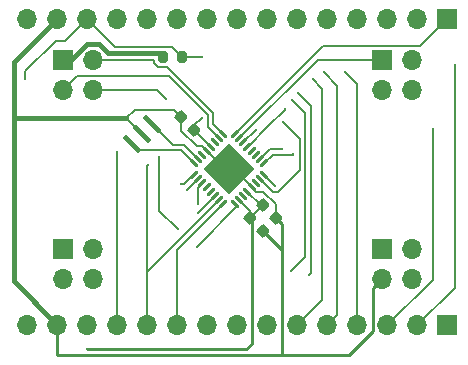
<source format=gtl>
%TF.GenerationSoftware,KiCad,Pcbnew,7.0.1*%
%TF.CreationDate,2023-04-03T23:37:45-04:00*%
%TF.ProjectId,comm_v0p4,636f6d6d-5f76-4307-9034-2e6b69636164,rev?*%
%TF.SameCoordinates,Original*%
%TF.FileFunction,Copper,L1,Top*%
%TF.FilePolarity,Positive*%
%FSLAX46Y46*%
G04 Gerber Fmt 4.6, Leading zero omitted, Abs format (unit mm)*
G04 Created by KiCad (PCBNEW 7.0.1) date 2023-04-03 23:37:45*
%MOMM*%
%LPD*%
G01*
G04 APERTURE LIST*
G04 Aperture macros list*
%AMRoundRect*
0 Rectangle with rounded corners*
0 $1 Rounding radius*
0 $2 $3 $4 $5 $6 $7 $8 $9 X,Y pos of 4 corners*
0 Add a 4 corners polygon primitive as box body*
4,1,4,$2,$3,$4,$5,$6,$7,$8,$9,$2,$3,0*
0 Add four circle primitives for the rounded corners*
1,1,$1+$1,$2,$3*
1,1,$1+$1,$4,$5*
1,1,$1+$1,$6,$7*
1,1,$1+$1,$8,$9*
0 Add four rect primitives between the rounded corners*
20,1,$1+$1,$2,$3,$4,$5,0*
20,1,$1+$1,$4,$5,$6,$7,0*
20,1,$1+$1,$6,$7,$8,$9,0*
20,1,$1+$1,$8,$9,$2,$3,0*%
%AMRotRect*
0 Rectangle, with rotation*
0 The origin of the aperture is its center*
0 $1 length*
0 $2 width*
0 $3 Rotation angle, in degrees counterclockwise*
0 Add horizontal line*
21,1,$1,$2,0,0,$3*%
G04 Aperture macros list end*
%TA.AperFunction,ComponentPad*%
%ADD10O,1.700000X1.700000*%
%TD*%
%TA.AperFunction,ComponentPad*%
%ADD11R,1.700000X1.700000*%
%TD*%
%TA.AperFunction,SMDPad,CuDef*%
%ADD12RoundRect,0.200000X0.200000X0.275000X-0.200000X0.275000X-0.200000X-0.275000X0.200000X-0.275000X0*%
%TD*%
%TA.AperFunction,SMDPad,CuDef*%
%ADD13RoundRect,0.225000X-0.335876X-0.017678X-0.017678X-0.335876X0.335876X0.017678X0.017678X0.335876X0*%
%TD*%
%TA.AperFunction,SMDPad,CuDef*%
%ADD14RotRect,0.400000X1.900000X225.000000*%
%TD*%
%TA.AperFunction,SMDPad,CuDef*%
%ADD15RoundRect,0.225000X0.335876X0.017678X0.017678X0.335876X-0.335876X-0.017678X-0.017678X-0.335876X0*%
%TD*%
%TA.AperFunction,SMDPad,CuDef*%
%ADD16RoundRect,0.062500X-0.309359X0.220971X0.220971X-0.309359X0.309359X-0.220971X-0.220971X0.309359X0*%
%TD*%
%TA.AperFunction,SMDPad,CuDef*%
%ADD17RoundRect,0.062500X-0.309359X-0.220971X-0.220971X-0.309359X0.309359X0.220971X0.220971X0.309359X0*%
%TD*%
%TA.AperFunction,SMDPad,CuDef*%
%ADD18RotRect,3.100000X3.100000X315.000000*%
%TD*%
%TA.AperFunction,ViaPad*%
%ADD19C,0.300000*%
%TD*%
%TA.AperFunction,Conductor*%
%ADD20C,0.200000*%
%TD*%
%TA.AperFunction,Conductor*%
%ADD21C,0.254000*%
%TD*%
%TA.AperFunction,Conductor*%
%ADD22C,0.400000*%
%TD*%
G04 APERTURE END LIST*
D10*
%TO.P,J7,4,Pin_4*%
%TO.N,unconnected-(J7-Pin_4-Pad4)*%
X84770000Y-80770000D03*
%TO.P,J7,3,Pin_3*%
%TO.N,GND*%
X82230000Y-80770000D03*
%TO.P,J7,2,Pin_2*%
%TO.N,/B1_CS3*%
X84770000Y-78230000D03*
D11*
%TO.P,J7,1,Pin_1*%
%TO.N,/RESET_DRV3*%
X82230000Y-78230000D03*
%TD*%
%TO.P,J6,1,Pin_1*%
%TO.N,/B1_MOSI*%
X82230000Y-62230000D03*
D10*
%TO.P,J6,2,Pin_2*%
%TO.N,unconnected-(J6-Pin_2-Pad2)*%
X84770000Y-62230000D03*
%TO.P,J6,3,Pin_3*%
%TO.N,/B1_CS2*%
X82230000Y-64770000D03*
%TO.P,J6,4,Pin_4*%
%TO.N,/RESET_DRV2*%
X84770000Y-64770000D03*
%TD*%
D11*
%TO.P,J5,1,Pin_1*%
%TO.N,/B1_MISO*%
X55230000Y-78230000D03*
D10*
%TO.P,J5,2,Pin_2*%
%TO.N,/B1_CS1*%
X57770000Y-78230000D03*
%TO.P,J5,3,Pin_3*%
%TO.N,unconnected-(J5-Pin_3-Pad3)*%
X55230000Y-80770000D03*
%TO.P,J5,4,Pin_4*%
%TO.N,/RESET_DRV1*%
X57770000Y-80770000D03*
%TD*%
D11*
%TO.P,J4,1,Pin_1*%
%TO.N,+5V*%
X55230000Y-62230000D03*
D10*
%TO.P,J4,2,Pin_2*%
%TO.N,/B1_CS0*%
X57770000Y-62230000D03*
%TO.P,J4,3,Pin_3*%
%TO.N,/B1_SCK*%
X55230000Y-64770000D03*
%TO.P,J4,4,Pin_4*%
%TO.N,/RESET_DRV0*%
X57770000Y-64770000D03*
%TD*%
D12*
%TO.P,R5,2*%
%TO.N,+5V*%
X63675000Y-62000000D03*
%TO.P,R5,1*%
%TO.N,/RESET_MSTR*%
X65325000Y-62000000D03*
%TD*%
D13*
%TO.P,C3,2*%
%TO.N,GND*%
X73248008Y-75648008D03*
%TO.P,C3,1*%
%TO.N,+5V*%
X72151992Y-74551992D03*
%TD*%
D14*
%TO.P,Y1,3,3*%
%TO.N,/XTAL2*%
X61102944Y-69347056D03*
%TO.P,Y1,2,2*%
%TO.N,GND*%
X61951472Y-68498528D03*
%TO.P,Y1,1,1*%
%TO.N,/XTAL1*%
X62800000Y-67650000D03*
%TD*%
D15*
%TO.P,C1,2*%
%TO.N,GND*%
X65251992Y-67101992D03*
%TO.P,C1,1*%
%TO.N,+5V*%
X66348008Y-68198008D03*
%TD*%
D13*
%TO.P,C2,1*%
%TO.N,+5V*%
X71051992Y-75651992D03*
%TO.P,C2,2*%
%TO.N,GND*%
X72148008Y-76748008D03*
%TD*%
D10*
%TO.P,J1,15,Pin_15*%
%TO.N,+5V*%
X52220000Y-84700000D03*
%TO.P,J1,14,Pin_14*%
%TO.N,GND*%
X54760000Y-84700000D03*
%TO.P,J1,13,Pin_13*%
%TO.N,/RESET_MSTR*%
X57300000Y-84700000D03*
%TO.P,J1,12,Pin_12*%
%TO.N,/B0_SCK*%
X59840000Y-84700000D03*
%TO.P,J1,11,Pin_11*%
%TO.N,/B0_MOSI*%
X62380000Y-84700000D03*
%TO.P,J1,10,Pin_10*%
%TO.N,/B0_MISO*%
X64920000Y-84700000D03*
%TO.P,J1,9,Pin_9*%
%TO.N,/B0_CS0*%
X67460000Y-84700000D03*
%TO.P,J1,8,Pin_8*%
%TO.N,/B0_CS1*%
X70000000Y-84700000D03*
%TO.P,J1,7,Pin_7*%
%TO.N,/B0_CS2*%
X72540000Y-84700000D03*
%TO.P,J1,6,Pin_6*%
%TO.N,/B0_CS3*%
X75080000Y-84700000D03*
%TO.P,J1,5,Pin_5*%
%TO.N,/B0_CS4*%
X77620000Y-84700000D03*
%TO.P,J1,4,Pin_4*%
%TO.N,/B0_CS5*%
X80160000Y-84700000D03*
%TO.P,J1,3,Pin_3*%
%TO.N,/B0_CS6*%
X82700000Y-84700000D03*
%TO.P,J1,2,Pin_2*%
%TO.N,/B0_CS7*%
X85240000Y-84700000D03*
D11*
%TO.P,J1,1,Pin_1*%
%TO.N,/EXT_INT0*%
X87780000Y-84700000D03*
%TD*%
%TO.P,J2,1,Pin_1*%
%TO.N,/EXT_INT0*%
X87780000Y-58750000D03*
D10*
%TO.P,J2,2,Pin_2*%
%TO.N,unconnected-(J2-Pin_2-Pad2)*%
X85240000Y-58750000D03*
%TO.P,J2,3,Pin_3*%
%TO.N,/B0_CS7*%
X82700000Y-58750000D03*
%TO.P,J2,4,Pin_4*%
%TO.N,/B0_CS6*%
X80160000Y-58750000D03*
%TO.P,J2,5,Pin_5*%
%TO.N,/B0_CS5*%
X77620000Y-58750000D03*
%TO.P,J2,6,Pin_6*%
%TO.N,/B0_CS4*%
X75080000Y-58750000D03*
%TO.P,J2,7,Pin_7*%
%TO.N,/B0_CS3*%
X72540000Y-58750000D03*
%TO.P,J2,8,Pin_8*%
%TO.N,/B0_CS2*%
X70000000Y-58750000D03*
%TO.P,J2,9,Pin_9*%
%TO.N,/B0_CS1*%
X67460000Y-58750000D03*
%TO.P,J2,10,Pin_10*%
%TO.N,/B0_MISO*%
X64920000Y-58750000D03*
%TO.P,J2,11,Pin_11*%
%TO.N,/B0_MOSI*%
X62380000Y-58750000D03*
%TO.P,J2,12,Pin_12*%
%TO.N,/B0_SCK*%
X59840000Y-58750000D03*
%TO.P,J2,13,Pin_13*%
%TO.N,/RESET_MSTR*%
X57300000Y-58750000D03*
%TO.P,J2,14,Pin_14*%
%TO.N,GND*%
X54760000Y-58750000D03*
%TO.P,J2,15,Pin_15*%
%TO.N,+5V*%
X52220000Y-58750000D03*
%TD*%
D16*
%TO.P,U1,1,PD3*%
%TO.N,/B1_CS0*%
X68813864Y-68526490D03*
%TO.P,U1,2,PD4*%
%TO.N,/B1_SCK*%
X68460311Y-68880044D03*
%TO.P,U1,3,PE0*%
%TO.N,unconnected-(U1-PE0-Pad3)*%
X68106757Y-69233597D03*
%TO.P,U1,4,VCC*%
%TO.N,+5V*%
X67753204Y-69587151D03*
%TO.P,U1,5,GND*%
%TO.N,GND*%
X67399651Y-69940704D03*
%TO.P,U1,6,PE1*%
%TO.N,unconnected-(U1-PE1-Pad6)*%
X67046097Y-70294257D03*
%TO.P,U1,7,XTAL1/PB6*%
%TO.N,/XTAL1*%
X66692544Y-70647811D03*
%TO.P,U1,8,XTAL2/PB7*%
%TO.N,/XTAL2*%
X66338990Y-71001364D03*
D17*
%TO.P,U1,9,PD5*%
%TO.N,/B1_CS1*%
X66338990Y-71973636D03*
%TO.P,U1,10,PD6*%
%TO.N,/B1_CS2*%
X66692544Y-72327189D03*
%TO.P,U1,11,PD7*%
%TO.N,/B1_CS3*%
X67046097Y-72680743D03*
%TO.P,U1,12,PB0*%
%TO.N,unconnected-(U1-PB0-Pad12)*%
X67399651Y-73034296D03*
%TO.P,U1,13,PB1*%
%TO.N,unconnected-(U1-PB1-Pad13)*%
X67753204Y-73387849D03*
%TO.P,U1,14,PB2*%
%TO.N,/B0_CS0*%
X68106757Y-73741403D03*
%TO.P,U1,15,PB3*%
%TO.N,/B0_MOSI*%
X68460311Y-74094956D03*
%TO.P,U1,16,PB4*%
%TO.N,/B0_MISO*%
X68813864Y-74448510D03*
D16*
%TO.P,U1,17,PB5*%
%TO.N,/B0_SCK*%
X69786136Y-74448510D03*
%TO.P,U1,18,AVCC*%
%TO.N,+5V*%
X70139689Y-74094956D03*
%TO.P,U1,19,PE2*%
%TO.N,unconnected-(U1-PE2-Pad19)*%
X70493243Y-73741403D03*
%TO.P,U1,20,AREF*%
%TO.N,+5V*%
X70846796Y-73387849D03*
%TO.P,U1,21,GND*%
%TO.N,GND*%
X71200349Y-73034296D03*
%TO.P,U1,22,PE3*%
%TO.N,unconnected-(U1-PE3-Pad22)*%
X71553903Y-72680743D03*
%TO.P,U1,23,PC0*%
%TO.N,/RESET_DRV0*%
X71907456Y-72327189D03*
%TO.P,U1,24,PC1*%
%TO.N,/RESET_DRV1*%
X72261010Y-71973636D03*
D17*
%TO.P,U1,25,PC2*%
%TO.N,/RESET_DRV2*%
X72261010Y-71001364D03*
%TO.P,U1,26,PC3*%
%TO.N,/RESET_DRV3*%
X71907456Y-70647811D03*
%TO.P,U1,27,PC4*%
%TO.N,unconnected-(U1-PC4-Pad27)*%
X71553903Y-70294257D03*
%TO.P,U1,28,PC5*%
%TO.N,unconnected-(U1-PC5-Pad28)*%
X71200349Y-69940704D03*
%TO.P,U1,29,~{RESET}/PC6*%
%TO.N,/RESET_MSTR*%
X70846796Y-69587151D03*
%TO.P,U1,30,PD0*%
%TO.N,/B1_MISO*%
X70493243Y-69233597D03*
%TO.P,U1,31,PD1*%
%TO.N,/B1_MOSI*%
X70139689Y-68880044D03*
%TO.P,U1,32,PD2*%
%TO.N,/EXT_INT0*%
X69786136Y-68526490D03*
D18*
%TO.P,U1,33,GND*%
%TO.N,GND*%
X69300000Y-71487500D03*
%TD*%
D19*
%TO.N,/B0_CS7*%
X88400000Y-62700000D03*
%TO.N,/B0_CS6*%
X86550000Y-68050000D03*
%TO.N,/B0_CS5*%
X79150000Y-63250000D03*
%TO.N,/B0_CS4*%
X77300000Y-63250000D03*
%TO.N,/B0_CS3*%
X76400000Y-63900000D03*
%TO.N,/B0_CS2*%
X75150000Y-65050000D03*
X76050000Y-80450000D03*
%TO.N,/B0_CS1*%
X74650000Y-65600000D03*
X74550000Y-80150000D03*
%TO.N,/RESET_DRV3*%
X73750000Y-69750000D03*
%TO.N,/RESET_DRV2*%
X74750000Y-70250000D03*
%TO.N,/RESET_MSTR*%
X67000000Y-62000000D03*
X74000000Y-66400000D03*
%TO.N,/RESET_DRV0*%
X64000000Y-65550000D03*
X73900000Y-67500000D03*
%TO.N,/B1_CS3*%
X66693051Y-74443051D03*
%TO.N,/B0_MISO*%
X63350000Y-70450000D03*
X64950000Y-76600000D03*
X64928662Y-78338662D03*
%TO.N,+5V*%
X66992500Y-67127055D03*
X57300000Y-86679500D03*
%TO.N,/B0_SCK*%
X59850000Y-70050000D03*
%TO.N,/B1_CS1*%
X65200000Y-72750000D03*
%TO.N,/B0_MOSI*%
X62400000Y-71150000D03*
%TO.N,/RESET_DRV1*%
X73200000Y-72900000D03*
%TO.N,/B1_CS2*%
X65756029Y-73256029D03*
%TO.N,/RESET_MSTR*%
X52050000Y-63850000D03*
%TO.N,/B1_MISO*%
X71565895Y-68165895D03*
%TO.N,/B0_SCK*%
X66550000Y-78050000D03*
%TO.N,/B0_CS0*%
X66671605Y-75171605D03*
%TD*%
D20*
%TO.N,GND*%
X71200349Y-73034296D02*
X69653553Y-71487500D01*
X69653553Y-71487500D02*
X69300000Y-71487500D01*
X67399651Y-69940704D02*
X68946447Y-71487500D01*
X68946447Y-71487500D02*
X69300000Y-71487500D01*
%TO.N,+5V*%
X66348008Y-68198008D02*
X66348008Y-67771547D01*
X66348008Y-67771547D02*
X66992500Y-67127055D01*
%TO.N,GND*%
X65251992Y-67101992D02*
X65251992Y-68274376D01*
X66546014Y-69568398D02*
X67027345Y-69568398D01*
X65251992Y-68274376D02*
X66546014Y-69568398D01*
X67027345Y-69568398D02*
X67399651Y-69940704D01*
%TO.N,/B1_SCK*%
X55230000Y-64770000D02*
X56434000Y-63566000D01*
X56434000Y-63566000D02*
X64173948Y-63566000D01*
X64173948Y-63566000D02*
X67496000Y-66888052D01*
X67496000Y-66888052D02*
X67496000Y-67915733D01*
X67496000Y-67915733D02*
X68460311Y-68880044D01*
%TO.N,/B1_CS0*%
X68813864Y-68526490D02*
X67950000Y-67662626D01*
X67950000Y-67662626D02*
X67950000Y-66700000D01*
X67950000Y-66700000D02*
X64079000Y-62829000D01*
X64079000Y-62829000D02*
X63245526Y-62829000D01*
X63245526Y-62829000D02*
X62921000Y-62504474D01*
X62921000Y-62230000D02*
X57770000Y-62230000D01*
X62921000Y-62504474D02*
X62921000Y-62230000D01*
%TO.N,/B0_CS7*%
X88400000Y-62700000D02*
X88400000Y-81540000D01*
X88400000Y-81540000D02*
X85240000Y-84700000D01*
%TO.N,/B0_CS6*%
X86550000Y-80850000D02*
X86550000Y-68050000D01*
X82700000Y-84700000D02*
X86550000Y-80850000D01*
%TO.N,/B0_CS5*%
X80160000Y-64260000D02*
X79150000Y-63250000D01*
X80160000Y-84700000D02*
X80160000Y-64260000D01*
%TO.N,/B0_CS4*%
X78470000Y-64420000D02*
X77300000Y-63250000D01*
X78470000Y-83850000D02*
X78470000Y-64420000D01*
X77620000Y-84700000D02*
X78470000Y-83850000D01*
%TO.N,/B0_CS3*%
X76400000Y-63900000D02*
X77200000Y-64700000D01*
X77200000Y-64700000D02*
X77200000Y-82580000D01*
X77200000Y-82580000D02*
X75080000Y-84700000D01*
%TO.N,/B0_CS2*%
X76208000Y-66108000D02*
X75150000Y-65050000D01*
X76050000Y-80450000D02*
X76208000Y-80292000D01*
X76208000Y-80292000D02*
X76208000Y-66108000D01*
%TO.N,/B0_CS1*%
X75754000Y-66704000D02*
X74650000Y-65600000D01*
X75754000Y-78946000D02*
X75754000Y-66704000D01*
X74550000Y-80150000D02*
X75754000Y-78946000D01*
%TO.N,/RESET_DRV2*%
X74750000Y-70250000D02*
X74746000Y-70254000D01*
X74746000Y-70254000D02*
X72996000Y-70254000D01*
X72996000Y-70254000D02*
X72261010Y-70988990D01*
X72261010Y-70988990D02*
X72261010Y-71001364D01*
%TO.N,/RESET_DRV0*%
X73900000Y-67500000D02*
X75300000Y-68900000D01*
X75300000Y-68900000D02*
X75300000Y-71550000D01*
X75300000Y-71550000D02*
X73446000Y-73404000D01*
X73446000Y-73404000D02*
X72984267Y-73404000D01*
X72984267Y-73404000D02*
X71907456Y-72327189D01*
%TO.N,/RESET_DRV3*%
X72805267Y-69750000D02*
X73750000Y-69750000D01*
X71907456Y-70647811D02*
X72805267Y-69750000D01*
%TO.N,/RESET_MSTR*%
X72600000Y-67850000D02*
X74000000Y-66450000D01*
X74000000Y-66450000D02*
X74000000Y-66400000D01*
X67000000Y-62000000D02*
X65325000Y-62000000D01*
X70862849Y-69587151D02*
X72600000Y-67850000D01*
X70846796Y-69587151D02*
X70862849Y-69587151D01*
%TO.N,GND*%
X60600000Y-67200000D02*
X61317173Y-66482827D01*
X61317173Y-66482827D02*
X64632827Y-66482827D01*
X64632827Y-66482827D02*
X65251992Y-67101992D01*
%TO.N,/RESET_DRV0*%
X64000000Y-65550000D02*
X63220000Y-64770000D01*
X63220000Y-64770000D02*
X57770000Y-64770000D01*
%TO.N,GND*%
X71200349Y-73034296D02*
X71572655Y-73406602D01*
X71572655Y-73406602D02*
X72178986Y-73406602D01*
X72178986Y-73406602D02*
X73248008Y-74475624D01*
X73248008Y-74475624D02*
X73248008Y-75648008D01*
%TO.N,/B1_CS3*%
X66650000Y-74400000D02*
X66693051Y-74443051D01*
X67046097Y-72680743D02*
X66650000Y-73076840D01*
X66650000Y-73076840D02*
X66650000Y-74400000D01*
X67046097Y-72680743D02*
X67044079Y-72680743D01*
X67044079Y-72680743D02*
X67044079Y-72705921D01*
%TO.N,/B0_MISO*%
X64950000Y-76600000D02*
X63350000Y-75000000D01*
X63350000Y-75000000D02*
X63350000Y-70450000D01*
X64920000Y-78330000D02*
X64928662Y-78338662D01*
%TO.N,+5V*%
X66348008Y-68198008D02*
X66000456Y-68198008D01*
%TO.N,/XTAL1*%
X66692544Y-70647811D02*
X65453107Y-69408374D01*
X64558374Y-69408374D02*
X62800000Y-67650000D01*
X65453107Y-69408374D02*
X64558374Y-69408374D01*
%TO.N,+5V*%
X71051992Y-75651992D02*
X72151992Y-74551992D01*
D21*
X71204000Y-75804000D02*
X71204000Y-86296000D01*
X70771000Y-86729000D02*
X57300000Y-86729000D01*
D20*
X71051992Y-75651992D02*
X71204000Y-75804000D01*
D21*
X71204000Y-86296000D02*
X70771000Y-86729000D01*
D20*
X57300000Y-86729000D02*
X57300000Y-86679500D01*
%TO.N,/RESET_MSTR*%
X57300000Y-58750000D02*
X59672000Y-61122000D01*
X59672000Y-61122000D02*
X64447000Y-61122000D01*
X64447000Y-61122000D02*
X65325000Y-62000000D01*
D22*
%TO.N,+5V*%
X55230000Y-62230000D02*
X55925865Y-62230000D01*
X55925865Y-62230000D02*
X57229865Y-60926000D01*
X57229865Y-60926000D02*
X58310135Y-60926000D01*
X58310135Y-60926000D02*
X59060135Y-61676000D01*
X59060135Y-61676000D02*
X63351000Y-61676000D01*
X63351000Y-61676000D02*
X63675000Y-62000000D01*
D20*
%TO.N,/B0_SCK*%
X59840000Y-70060000D02*
X59850000Y-70050000D01*
X59840000Y-84700000D02*
X59840000Y-70060000D01*
%TO.N,/B1_CS1*%
X65500000Y-72750000D02*
X65200000Y-72750000D01*
X66276364Y-71973636D02*
X65500000Y-72750000D01*
X66338990Y-71973636D02*
X66276364Y-71973636D01*
%TO.N,/B0_MOSI*%
X62380000Y-71170000D02*
X62400000Y-71150000D01*
X62380000Y-80175267D02*
X62380000Y-71170000D01*
%TO.N,/RESET_DRV1*%
X72261010Y-71973636D02*
X72273636Y-71973636D01*
X72273636Y-71973636D02*
X73200000Y-72900000D01*
%TO.N,/B1_CS2*%
X66692544Y-72327189D02*
X66684869Y-72327189D01*
X66684869Y-72327189D02*
X65756029Y-73256029D01*
D21*
%TO.N,GND*%
X73771000Y-78350000D02*
X73771000Y-76171000D01*
X73771000Y-87189000D02*
X73771000Y-78350000D01*
X73771000Y-78350000D02*
X73750000Y-78350000D01*
X73750000Y-78350000D02*
X72148008Y-76748008D01*
X73750000Y-87210000D02*
X79468897Y-87210000D01*
X73550000Y-87210000D02*
X73750000Y-87210000D01*
X73750000Y-87210000D02*
X73771000Y-87189000D01*
X73771000Y-76171000D02*
X73248008Y-75648008D01*
D22*
X54760000Y-58750000D02*
X51050000Y-62460000D01*
X51050000Y-62460000D02*
X51050000Y-67150000D01*
X51050000Y-67150000D02*
X51100000Y-67200000D01*
X51100000Y-67200000D02*
X51050000Y-67250000D01*
X51050000Y-67250000D02*
X51050000Y-80990000D01*
X51050000Y-80990000D02*
X54760000Y-84700000D01*
D21*
X54760000Y-84700000D02*
X54760000Y-87210000D01*
X54760000Y-87210000D02*
X73550000Y-87210000D01*
X79468897Y-87210000D02*
X81469000Y-85209897D01*
X81469000Y-85209897D02*
X81469000Y-81531000D01*
X81469000Y-81531000D02*
X82230000Y-80770000D01*
D20*
%TO.N,/RESET_MSTR*%
X52050000Y-63850000D02*
X52050000Y-63162714D01*
X52050000Y-63162714D02*
X54612714Y-60600000D01*
X54612714Y-60600000D02*
X55450000Y-60600000D01*
X55450000Y-60600000D02*
X57300000Y-58750000D01*
%TO.N,/B1_MISO*%
X70498193Y-69233597D02*
X71565895Y-68165895D01*
X70493243Y-69233597D02*
X70498193Y-69233597D01*
%TO.N,/B0_SCK*%
X69950000Y-74650000D02*
X69950000Y-74582675D01*
X66550000Y-78050000D02*
X69950000Y-74650000D01*
X69950000Y-74582675D02*
X69920301Y-74582675D01*
X69920301Y-74582675D02*
X69786136Y-74448510D01*
%TO.N,/B0_CS0*%
X66671605Y-75171605D02*
X66676555Y-75171605D01*
X66676555Y-75171605D02*
X68106757Y-73741403D01*
%TO.N,/B0_MOSI*%
X68460311Y-74094956D02*
X62380000Y-80175267D01*
X62380000Y-80175267D02*
X62380000Y-84700000D01*
%TO.N,/B0_MISO*%
X68813864Y-74448510D02*
X68801490Y-74448510D01*
X68801490Y-74448510D02*
X64920000Y-78330000D01*
X64920000Y-78330000D02*
X64920000Y-84700000D01*
%TO.N,GND*%
X61951472Y-68498528D02*
X61898528Y-68498528D01*
X61898528Y-68498528D02*
X60600000Y-67200000D01*
D22*
X60600000Y-67200000D02*
X51100000Y-67200000D01*
D20*
%TO.N,/B1_MOSI*%
X70139689Y-68880044D02*
X76789733Y-62230000D01*
X76789733Y-62230000D02*
X82230000Y-62230000D01*
%TO.N,/EXT_INT0*%
X69786136Y-68526490D02*
X77286626Y-61026000D01*
X77286626Y-61026000D02*
X85504000Y-61026000D01*
X85504000Y-61026000D02*
X87780000Y-58750000D01*
%TO.N,/XTAL2*%
X66338990Y-71001364D02*
X65200000Y-69862374D01*
X65200000Y-69862374D02*
X61618262Y-69862374D01*
X61618262Y-69862374D02*
X61102944Y-69347056D01*
%TO.N,+5V*%
X67753204Y-69587151D02*
X67737151Y-69587151D01*
X67737151Y-69587151D02*
X66348008Y-68198008D01*
X70846796Y-73387849D02*
X72010939Y-74551992D01*
X72010939Y-74551992D02*
X72151992Y-74551992D01*
X70139689Y-74094956D02*
X71051992Y-75007259D01*
X71051992Y-75007259D02*
X71051992Y-75651992D01*
%TD*%
M02*

</source>
